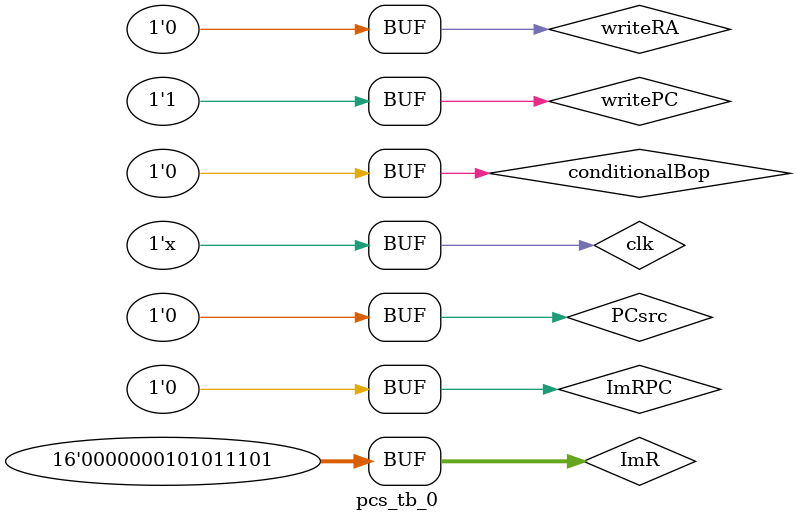
<source format=v>
`timescale 1ns / 1ps

module pcs_tb_0;

	// Inputs
	reg clk;
	reg writePC;
	reg writeRA;
	reg PCsrc;
	reg ImRPC;
	reg conditionalBop;
	reg [15:0] ImR;

	// Outputs
	wire [15:0] PC;
	wire [15:0] PC_1;

	// Instantiate the Unit Under Test (UUT)
	pcs uut (
		.clk(clk), 
		.writePC(writePC), 
		.writeRA(writeRA), 
		.PCsrc(PCsrc), 
		.ImRPC(ImRPC), 
		.conditionalBop(conditionalBop), 
		.ImR(ImR), 
		.PC(PC), 
		.PC_1(PC_1)
	);

	initial begin
		// Initialize Inputs
		clk = 0;
		writePC = 0;
		writeRA = 0;
		PCsrc = 0;
		ImRPC = 0;
		conditionalBop = 0;
		ImR = 0;

		// Wait 100 ns for global reset to finish
		#100;
		
		writePC = 1; // Clock through some cycles
		#5;
		
		writeRA = 1; // Jump to 22
		ImR = 22;
		ImRPC = 1;
		#1;
		writeRA = 0;
		ImRPC = 0;
		#5;
		PCsrc = 1; // Return to ra
		#1;
		PCsrc = 0;
		#10;
		
		writeRA = 1; // Jump to 4096
		ImR = 4096;
		ImRPC = 1;
		#1;
		writeRA = 0;
		ImRPC = 0;
		#5;
		PCsrc = 1; // Return
		#1;
		PCsrc = 0;
		#5;
		
		writeRA = 1; // Jump to 349
		ImR = 349;
		ImRPC = 1;
		#1;
		writeRA = 0;
		ImRPC = 0;
		#5;
		PCsrc = 1; // Return
		#1;
		PCsrc = 0;
		#17;
		
		
        
		// Add stimulus here

	end
	
	always clk = #0.5 ~clk;
      
endmodule


</source>
